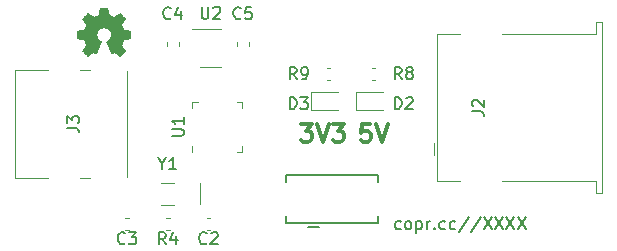
<source format=gbr>
G04 #@! TF.GenerationSoftware,KiCad,Pcbnew,(5.1.2)-1*
G04 #@! TF.CreationDate,2019-08-24T20:09:31-04:00*
G04 #@! TF.ProjectId,REV Type-C V3,52455620-5479-4706-952d-432056332e6b,rev?*
G04 #@! TF.SameCoordinates,Original*
G04 #@! TF.FileFunction,Legend,Top*
G04 #@! TF.FilePolarity,Positive*
%FSLAX46Y46*%
G04 Gerber Fmt 4.6, Leading zero omitted, Abs format (unit mm)*
G04 Created by KiCad (PCBNEW (5.1.2)-1) date 2019-08-24 20:09:31*
%MOMM*%
%LPD*%
G04 APERTURE LIST*
%ADD10C,0.150000*%
%ADD11C,0.300000*%
%ADD12C,0.010000*%
%ADD13C,0.120000*%
G04 APERTURE END LIST*
D10*
X141996190Y-85494761D02*
X141900952Y-85542380D01*
X141710476Y-85542380D01*
X141615238Y-85494761D01*
X141567619Y-85447142D01*
X141520000Y-85351904D01*
X141520000Y-85066190D01*
X141567619Y-84970952D01*
X141615238Y-84923333D01*
X141710476Y-84875714D01*
X141900952Y-84875714D01*
X141996190Y-84923333D01*
X142567619Y-85542380D02*
X142472380Y-85494761D01*
X142424761Y-85447142D01*
X142377142Y-85351904D01*
X142377142Y-85066190D01*
X142424761Y-84970952D01*
X142472380Y-84923333D01*
X142567619Y-84875714D01*
X142710476Y-84875714D01*
X142805714Y-84923333D01*
X142853333Y-84970952D01*
X142900952Y-85066190D01*
X142900952Y-85351904D01*
X142853333Y-85447142D01*
X142805714Y-85494761D01*
X142710476Y-85542380D01*
X142567619Y-85542380D01*
X143329523Y-84875714D02*
X143329523Y-85875714D01*
X143329523Y-84923333D02*
X143424761Y-84875714D01*
X143615238Y-84875714D01*
X143710476Y-84923333D01*
X143758095Y-84970952D01*
X143805714Y-85066190D01*
X143805714Y-85351904D01*
X143758095Y-85447142D01*
X143710476Y-85494761D01*
X143615238Y-85542380D01*
X143424761Y-85542380D01*
X143329523Y-85494761D01*
X144234285Y-85542380D02*
X144234285Y-84875714D01*
X144234285Y-85066190D02*
X144281904Y-84970952D01*
X144329523Y-84923333D01*
X144424761Y-84875714D01*
X144520000Y-84875714D01*
X144853333Y-85447142D02*
X144900952Y-85494761D01*
X144853333Y-85542380D01*
X144805714Y-85494761D01*
X144853333Y-85447142D01*
X144853333Y-85542380D01*
X145758095Y-85494761D02*
X145662857Y-85542380D01*
X145472380Y-85542380D01*
X145377142Y-85494761D01*
X145329523Y-85447142D01*
X145281904Y-85351904D01*
X145281904Y-85066190D01*
X145329523Y-84970952D01*
X145377142Y-84923333D01*
X145472380Y-84875714D01*
X145662857Y-84875714D01*
X145758095Y-84923333D01*
X146615238Y-85494761D02*
X146520000Y-85542380D01*
X146329523Y-85542380D01*
X146234285Y-85494761D01*
X146186666Y-85447142D01*
X146139047Y-85351904D01*
X146139047Y-85066190D01*
X146186666Y-84970952D01*
X146234285Y-84923333D01*
X146329523Y-84875714D01*
X146520000Y-84875714D01*
X146615238Y-84923333D01*
X147758095Y-84494761D02*
X146900952Y-85780476D01*
X148805714Y-84494761D02*
X147948571Y-85780476D01*
X149043809Y-84542380D02*
X149710476Y-85542380D01*
X149710476Y-84542380D02*
X149043809Y-85542380D01*
X149996190Y-84542380D02*
X150662857Y-85542380D01*
X150662857Y-84542380D02*
X149996190Y-85542380D01*
X150948571Y-84542380D02*
X151615238Y-85542380D01*
X151615238Y-84542380D02*
X150948571Y-85542380D01*
X151900952Y-84542380D02*
X152567619Y-85542380D01*
X152567619Y-84542380D02*
X151900952Y-85542380D01*
D11*
X133532857Y-76643571D02*
X134461428Y-76643571D01*
X133961428Y-77215000D01*
X134175714Y-77215000D01*
X134318571Y-77286428D01*
X134390000Y-77357857D01*
X134461428Y-77500714D01*
X134461428Y-77857857D01*
X134390000Y-78000714D01*
X134318571Y-78072142D01*
X134175714Y-78143571D01*
X133747142Y-78143571D01*
X133604285Y-78072142D01*
X133532857Y-78000714D01*
X134890000Y-76643571D02*
X135390000Y-78143571D01*
X135890000Y-76643571D01*
X136247142Y-76643571D02*
X137175714Y-76643571D01*
X136675714Y-77215000D01*
X136890000Y-77215000D01*
X137032857Y-77286428D01*
X137104285Y-77357857D01*
X137175714Y-77500714D01*
X137175714Y-77857857D01*
X137104285Y-78000714D01*
X137032857Y-78072142D01*
X136890000Y-78143571D01*
X136461428Y-78143571D01*
X136318571Y-78072142D01*
X136247142Y-78000714D01*
X139414285Y-76648571D02*
X138700000Y-76648571D01*
X138628571Y-77362857D01*
X138700000Y-77291428D01*
X138842857Y-77220000D01*
X139200000Y-77220000D01*
X139342857Y-77291428D01*
X139414285Y-77362857D01*
X139485714Y-77505714D01*
X139485714Y-77862857D01*
X139414285Y-78005714D01*
X139342857Y-78077142D01*
X139200000Y-78148571D01*
X138842857Y-78148571D01*
X138700000Y-78077142D01*
X138628571Y-78005714D01*
X139914285Y-76648571D02*
X140414285Y-78148571D01*
X140914285Y-76648571D01*
D12*
G36*
X117216964Y-67140018D02*
G01*
X117273812Y-67441570D01*
X117693338Y-67614512D01*
X117944984Y-67443395D01*
X118015458Y-67395750D01*
X118079163Y-67353210D01*
X118133126Y-67317715D01*
X118174373Y-67291210D01*
X118199934Y-67275636D01*
X118206895Y-67272278D01*
X118219435Y-67280914D01*
X118246231Y-67304792D01*
X118284280Y-67340859D01*
X118330579Y-67386067D01*
X118382123Y-67437364D01*
X118435909Y-67491701D01*
X118488935Y-67546028D01*
X118538195Y-67597295D01*
X118580687Y-67642451D01*
X118613407Y-67678446D01*
X118633351Y-67702230D01*
X118638119Y-67710190D01*
X118631257Y-67724865D01*
X118612020Y-67757014D01*
X118582430Y-67803492D01*
X118544510Y-67861156D01*
X118500282Y-67926860D01*
X118474654Y-67964336D01*
X118427941Y-68032768D01*
X118386432Y-68094520D01*
X118352140Y-68146519D01*
X118327080Y-68185692D01*
X118313264Y-68208965D01*
X118311188Y-68213855D01*
X118315895Y-68227755D01*
X118328723Y-68260150D01*
X118347738Y-68306485D01*
X118371003Y-68362206D01*
X118396584Y-68422758D01*
X118422545Y-68483586D01*
X118446950Y-68540136D01*
X118467863Y-68587852D01*
X118483349Y-68622181D01*
X118491472Y-68638568D01*
X118491952Y-68639212D01*
X118504707Y-68642341D01*
X118538677Y-68649321D01*
X118590340Y-68659467D01*
X118656176Y-68672092D01*
X118732664Y-68686509D01*
X118777290Y-68694823D01*
X118859021Y-68710384D01*
X118932843Y-68725192D01*
X118995021Y-68738436D01*
X119041822Y-68749305D01*
X119069509Y-68756989D01*
X119075074Y-68759427D01*
X119080526Y-68775930D01*
X119084924Y-68813200D01*
X119088272Y-68866880D01*
X119090574Y-68932612D01*
X119091832Y-69006037D01*
X119092048Y-69082796D01*
X119091227Y-69158532D01*
X119089371Y-69228886D01*
X119086482Y-69289500D01*
X119082565Y-69336016D01*
X119077622Y-69364075D01*
X119074657Y-69369916D01*
X119056934Y-69376917D01*
X119019381Y-69386927D01*
X118966964Y-69398769D01*
X118904652Y-69411267D01*
X118882900Y-69415310D01*
X118778024Y-69434520D01*
X118695180Y-69449991D01*
X118631630Y-69462337D01*
X118584637Y-69472173D01*
X118551463Y-69480114D01*
X118529371Y-69486776D01*
X118515624Y-69492773D01*
X118507484Y-69498719D01*
X118506345Y-69499894D01*
X118494977Y-69518826D01*
X118477635Y-69555669D01*
X118456050Y-69605913D01*
X118431954Y-69665046D01*
X118407079Y-69728556D01*
X118383157Y-69791932D01*
X118361919Y-69850662D01*
X118345097Y-69900235D01*
X118334422Y-69936139D01*
X118331627Y-69953862D01*
X118331860Y-69954483D01*
X118341331Y-69968970D01*
X118362818Y-70000844D01*
X118394063Y-70046789D01*
X118432807Y-70103485D01*
X118476793Y-70167617D01*
X118489319Y-70185842D01*
X118533984Y-70251914D01*
X118573288Y-70312200D01*
X118605088Y-70363235D01*
X118627245Y-70401560D01*
X118637617Y-70423711D01*
X118638119Y-70426432D01*
X118629405Y-70440736D01*
X118605325Y-70469072D01*
X118568976Y-70508396D01*
X118523453Y-70555661D01*
X118471852Y-70607823D01*
X118417267Y-70661835D01*
X118362794Y-70714653D01*
X118311529Y-70763231D01*
X118266567Y-70804523D01*
X118231004Y-70835485D01*
X118207935Y-70853070D01*
X118201554Y-70855941D01*
X118186699Y-70849178D01*
X118156286Y-70830939D01*
X118115268Y-70804297D01*
X118083709Y-70782852D01*
X118026525Y-70743503D01*
X117958806Y-70697171D01*
X117890880Y-70650913D01*
X117854361Y-70626155D01*
X117730752Y-70542547D01*
X117626991Y-70598650D01*
X117579720Y-70623228D01*
X117539523Y-70642331D01*
X117512326Y-70653227D01*
X117505402Y-70654743D01*
X117497077Y-70643549D01*
X117480654Y-70611917D01*
X117457357Y-70562765D01*
X117428414Y-70499010D01*
X117395050Y-70423571D01*
X117358491Y-70339364D01*
X117319964Y-70249308D01*
X117280694Y-70156321D01*
X117241908Y-70063320D01*
X117204830Y-69973223D01*
X117170689Y-69888948D01*
X117140708Y-69813413D01*
X117116116Y-69749534D01*
X117098136Y-69700231D01*
X117087997Y-69668421D01*
X117086366Y-69657496D01*
X117099291Y-69643561D01*
X117127589Y-69620940D01*
X117165346Y-69594333D01*
X117168515Y-69592228D01*
X117266100Y-69514114D01*
X117344786Y-69422982D01*
X117403891Y-69321745D01*
X117442732Y-69213318D01*
X117460628Y-69100614D01*
X117456897Y-68986548D01*
X117430857Y-68874034D01*
X117381825Y-68765985D01*
X117367400Y-68742345D01*
X117292369Y-68646887D01*
X117203730Y-68570232D01*
X117104549Y-68512780D01*
X116997895Y-68474929D01*
X116886836Y-68457078D01*
X116774439Y-68459625D01*
X116663773Y-68482970D01*
X116557906Y-68527510D01*
X116459905Y-68593645D01*
X116429590Y-68620487D01*
X116352438Y-68704512D01*
X116296218Y-68792966D01*
X116257653Y-68892115D01*
X116236174Y-68990303D01*
X116230872Y-69100697D01*
X116248552Y-69211640D01*
X116287419Y-69319381D01*
X116345677Y-69420169D01*
X116421531Y-69510256D01*
X116513183Y-69585892D01*
X116525228Y-69593864D01*
X116563389Y-69619974D01*
X116592399Y-69642595D01*
X116606268Y-69657039D01*
X116606469Y-69657496D01*
X116603492Y-69673121D01*
X116591689Y-69708582D01*
X116572286Y-69760962D01*
X116546512Y-69827345D01*
X116515591Y-69904814D01*
X116480751Y-69990450D01*
X116443217Y-70081337D01*
X116404217Y-70174559D01*
X116364977Y-70267197D01*
X116326724Y-70356335D01*
X116290683Y-70439055D01*
X116258083Y-70512441D01*
X116230148Y-70573575D01*
X116208105Y-70619541D01*
X116193182Y-70647421D01*
X116187172Y-70654743D01*
X116168809Y-70649041D01*
X116134448Y-70633749D01*
X116090016Y-70611599D01*
X116065583Y-70598650D01*
X115961822Y-70542547D01*
X115838213Y-70626155D01*
X115775114Y-70668987D01*
X115706030Y-70716122D01*
X115641293Y-70760503D01*
X115608866Y-70782852D01*
X115563259Y-70813477D01*
X115524640Y-70837747D01*
X115498048Y-70852587D01*
X115489410Y-70855724D01*
X115476839Y-70847261D01*
X115449016Y-70823636D01*
X115408639Y-70787302D01*
X115358405Y-70740711D01*
X115301012Y-70686317D01*
X115264714Y-70651392D01*
X115201210Y-70588996D01*
X115146327Y-70533188D01*
X115102286Y-70486354D01*
X115071305Y-70450882D01*
X115055602Y-70429161D01*
X115054095Y-70424752D01*
X115061086Y-70407985D01*
X115080406Y-70374082D01*
X115109909Y-70326476D01*
X115147455Y-70268599D01*
X115190900Y-70203884D01*
X115203255Y-70185842D01*
X115248273Y-70120267D01*
X115288660Y-70061228D01*
X115322160Y-70012042D01*
X115346514Y-69976028D01*
X115359464Y-69956502D01*
X115360715Y-69954483D01*
X115358844Y-69938922D01*
X115348913Y-69904709D01*
X115332653Y-69856355D01*
X115311795Y-69798371D01*
X115288073Y-69735270D01*
X115263216Y-69671563D01*
X115238958Y-69611761D01*
X115217029Y-69560376D01*
X115199162Y-69521919D01*
X115187087Y-69500902D01*
X115186229Y-69499894D01*
X115178846Y-69493888D01*
X115166375Y-69487948D01*
X115146080Y-69481460D01*
X115115222Y-69473809D01*
X115071066Y-69464380D01*
X115010874Y-69452559D01*
X114931907Y-69437729D01*
X114831430Y-69419277D01*
X114809675Y-69415310D01*
X114745198Y-69402853D01*
X114688989Y-69390666D01*
X114646013Y-69379926D01*
X114621240Y-69371809D01*
X114617918Y-69369916D01*
X114612444Y-69353138D01*
X114607994Y-69315645D01*
X114604572Y-69261794D01*
X114602181Y-69195944D01*
X114600823Y-69122453D01*
X114600501Y-69045680D01*
X114601219Y-68969983D01*
X114602979Y-68899720D01*
X114605784Y-68839250D01*
X114609638Y-68792930D01*
X114614543Y-68765119D01*
X114617500Y-68759427D01*
X114633963Y-68753686D01*
X114671449Y-68744345D01*
X114726225Y-68732215D01*
X114794555Y-68718107D01*
X114872706Y-68702830D01*
X114915284Y-68694823D01*
X114996071Y-68679721D01*
X115068113Y-68666040D01*
X115127889Y-68654467D01*
X115171879Y-68645687D01*
X115196561Y-68640387D01*
X115200623Y-68639212D01*
X115207489Y-68625965D01*
X115222002Y-68594057D01*
X115242229Y-68548047D01*
X115266234Y-68492492D01*
X115292082Y-68431953D01*
X115317840Y-68370986D01*
X115341573Y-68314151D01*
X115361346Y-68266006D01*
X115375224Y-68231110D01*
X115381274Y-68214021D01*
X115381386Y-68213274D01*
X115374528Y-68199793D01*
X115355302Y-68168770D01*
X115325728Y-68123289D01*
X115287827Y-68066432D01*
X115243620Y-68001283D01*
X115217921Y-67963862D01*
X115171093Y-67895247D01*
X115129501Y-67832952D01*
X115095175Y-67780129D01*
X115070143Y-67739927D01*
X115056435Y-67715500D01*
X115054456Y-67710024D01*
X115062966Y-67697278D01*
X115086493Y-67670063D01*
X115122032Y-67631428D01*
X115166577Y-67584423D01*
X115217123Y-67532095D01*
X115270664Y-67477495D01*
X115324195Y-67423670D01*
X115374711Y-67373670D01*
X115419206Y-67330543D01*
X115454675Y-67297339D01*
X115478113Y-67277106D01*
X115485954Y-67272278D01*
X115498720Y-67279067D01*
X115529256Y-67298142D01*
X115574590Y-67327561D01*
X115631756Y-67365381D01*
X115697784Y-67409661D01*
X115747590Y-67443395D01*
X115999236Y-67614512D01*
X116208999Y-67528041D01*
X116418763Y-67441570D01*
X116475611Y-67140018D01*
X116532460Y-66838466D01*
X117160115Y-66838466D01*
X117216964Y-67140018D01*
X117216964Y-67140018D01*
G37*
X117216964Y-67140018D02*
X117273812Y-67441570D01*
X117693338Y-67614512D01*
X117944984Y-67443395D01*
X118015458Y-67395750D01*
X118079163Y-67353210D01*
X118133126Y-67317715D01*
X118174373Y-67291210D01*
X118199934Y-67275636D01*
X118206895Y-67272278D01*
X118219435Y-67280914D01*
X118246231Y-67304792D01*
X118284280Y-67340859D01*
X118330579Y-67386067D01*
X118382123Y-67437364D01*
X118435909Y-67491701D01*
X118488935Y-67546028D01*
X118538195Y-67597295D01*
X118580687Y-67642451D01*
X118613407Y-67678446D01*
X118633351Y-67702230D01*
X118638119Y-67710190D01*
X118631257Y-67724865D01*
X118612020Y-67757014D01*
X118582430Y-67803492D01*
X118544510Y-67861156D01*
X118500282Y-67926860D01*
X118474654Y-67964336D01*
X118427941Y-68032768D01*
X118386432Y-68094520D01*
X118352140Y-68146519D01*
X118327080Y-68185692D01*
X118313264Y-68208965D01*
X118311188Y-68213855D01*
X118315895Y-68227755D01*
X118328723Y-68260150D01*
X118347738Y-68306485D01*
X118371003Y-68362206D01*
X118396584Y-68422758D01*
X118422545Y-68483586D01*
X118446950Y-68540136D01*
X118467863Y-68587852D01*
X118483349Y-68622181D01*
X118491472Y-68638568D01*
X118491952Y-68639212D01*
X118504707Y-68642341D01*
X118538677Y-68649321D01*
X118590340Y-68659467D01*
X118656176Y-68672092D01*
X118732664Y-68686509D01*
X118777290Y-68694823D01*
X118859021Y-68710384D01*
X118932843Y-68725192D01*
X118995021Y-68738436D01*
X119041822Y-68749305D01*
X119069509Y-68756989D01*
X119075074Y-68759427D01*
X119080526Y-68775930D01*
X119084924Y-68813200D01*
X119088272Y-68866880D01*
X119090574Y-68932612D01*
X119091832Y-69006037D01*
X119092048Y-69082796D01*
X119091227Y-69158532D01*
X119089371Y-69228886D01*
X119086482Y-69289500D01*
X119082565Y-69336016D01*
X119077622Y-69364075D01*
X119074657Y-69369916D01*
X119056934Y-69376917D01*
X119019381Y-69386927D01*
X118966964Y-69398769D01*
X118904652Y-69411267D01*
X118882900Y-69415310D01*
X118778024Y-69434520D01*
X118695180Y-69449991D01*
X118631630Y-69462337D01*
X118584637Y-69472173D01*
X118551463Y-69480114D01*
X118529371Y-69486776D01*
X118515624Y-69492773D01*
X118507484Y-69498719D01*
X118506345Y-69499894D01*
X118494977Y-69518826D01*
X118477635Y-69555669D01*
X118456050Y-69605913D01*
X118431954Y-69665046D01*
X118407079Y-69728556D01*
X118383157Y-69791932D01*
X118361919Y-69850662D01*
X118345097Y-69900235D01*
X118334422Y-69936139D01*
X118331627Y-69953862D01*
X118331860Y-69954483D01*
X118341331Y-69968970D01*
X118362818Y-70000844D01*
X118394063Y-70046789D01*
X118432807Y-70103485D01*
X118476793Y-70167617D01*
X118489319Y-70185842D01*
X118533984Y-70251914D01*
X118573288Y-70312200D01*
X118605088Y-70363235D01*
X118627245Y-70401560D01*
X118637617Y-70423711D01*
X118638119Y-70426432D01*
X118629405Y-70440736D01*
X118605325Y-70469072D01*
X118568976Y-70508396D01*
X118523453Y-70555661D01*
X118471852Y-70607823D01*
X118417267Y-70661835D01*
X118362794Y-70714653D01*
X118311529Y-70763231D01*
X118266567Y-70804523D01*
X118231004Y-70835485D01*
X118207935Y-70853070D01*
X118201554Y-70855941D01*
X118186699Y-70849178D01*
X118156286Y-70830939D01*
X118115268Y-70804297D01*
X118083709Y-70782852D01*
X118026525Y-70743503D01*
X117958806Y-70697171D01*
X117890880Y-70650913D01*
X117854361Y-70626155D01*
X117730752Y-70542547D01*
X117626991Y-70598650D01*
X117579720Y-70623228D01*
X117539523Y-70642331D01*
X117512326Y-70653227D01*
X117505402Y-70654743D01*
X117497077Y-70643549D01*
X117480654Y-70611917D01*
X117457357Y-70562765D01*
X117428414Y-70499010D01*
X117395050Y-70423571D01*
X117358491Y-70339364D01*
X117319964Y-70249308D01*
X117280694Y-70156321D01*
X117241908Y-70063320D01*
X117204830Y-69973223D01*
X117170689Y-69888948D01*
X117140708Y-69813413D01*
X117116116Y-69749534D01*
X117098136Y-69700231D01*
X117087997Y-69668421D01*
X117086366Y-69657496D01*
X117099291Y-69643561D01*
X117127589Y-69620940D01*
X117165346Y-69594333D01*
X117168515Y-69592228D01*
X117266100Y-69514114D01*
X117344786Y-69422982D01*
X117403891Y-69321745D01*
X117442732Y-69213318D01*
X117460628Y-69100614D01*
X117456897Y-68986548D01*
X117430857Y-68874034D01*
X117381825Y-68765985D01*
X117367400Y-68742345D01*
X117292369Y-68646887D01*
X117203730Y-68570232D01*
X117104549Y-68512780D01*
X116997895Y-68474929D01*
X116886836Y-68457078D01*
X116774439Y-68459625D01*
X116663773Y-68482970D01*
X116557906Y-68527510D01*
X116459905Y-68593645D01*
X116429590Y-68620487D01*
X116352438Y-68704512D01*
X116296218Y-68792966D01*
X116257653Y-68892115D01*
X116236174Y-68990303D01*
X116230872Y-69100697D01*
X116248552Y-69211640D01*
X116287419Y-69319381D01*
X116345677Y-69420169D01*
X116421531Y-69510256D01*
X116513183Y-69585892D01*
X116525228Y-69593864D01*
X116563389Y-69619974D01*
X116592399Y-69642595D01*
X116606268Y-69657039D01*
X116606469Y-69657496D01*
X116603492Y-69673121D01*
X116591689Y-69708582D01*
X116572286Y-69760962D01*
X116546512Y-69827345D01*
X116515591Y-69904814D01*
X116480751Y-69990450D01*
X116443217Y-70081337D01*
X116404217Y-70174559D01*
X116364977Y-70267197D01*
X116326724Y-70356335D01*
X116290683Y-70439055D01*
X116258083Y-70512441D01*
X116230148Y-70573575D01*
X116208105Y-70619541D01*
X116193182Y-70647421D01*
X116187172Y-70654743D01*
X116168809Y-70649041D01*
X116134448Y-70633749D01*
X116090016Y-70611599D01*
X116065583Y-70598650D01*
X115961822Y-70542547D01*
X115838213Y-70626155D01*
X115775114Y-70668987D01*
X115706030Y-70716122D01*
X115641293Y-70760503D01*
X115608866Y-70782852D01*
X115563259Y-70813477D01*
X115524640Y-70837747D01*
X115498048Y-70852587D01*
X115489410Y-70855724D01*
X115476839Y-70847261D01*
X115449016Y-70823636D01*
X115408639Y-70787302D01*
X115358405Y-70740711D01*
X115301012Y-70686317D01*
X115264714Y-70651392D01*
X115201210Y-70588996D01*
X115146327Y-70533188D01*
X115102286Y-70486354D01*
X115071305Y-70450882D01*
X115055602Y-70429161D01*
X115054095Y-70424752D01*
X115061086Y-70407985D01*
X115080406Y-70374082D01*
X115109909Y-70326476D01*
X115147455Y-70268599D01*
X115190900Y-70203884D01*
X115203255Y-70185842D01*
X115248273Y-70120267D01*
X115288660Y-70061228D01*
X115322160Y-70012042D01*
X115346514Y-69976028D01*
X115359464Y-69956502D01*
X115360715Y-69954483D01*
X115358844Y-69938922D01*
X115348913Y-69904709D01*
X115332653Y-69856355D01*
X115311795Y-69798371D01*
X115288073Y-69735270D01*
X115263216Y-69671563D01*
X115238958Y-69611761D01*
X115217029Y-69560376D01*
X115199162Y-69521919D01*
X115187087Y-69500902D01*
X115186229Y-69499894D01*
X115178846Y-69493888D01*
X115166375Y-69487948D01*
X115146080Y-69481460D01*
X115115222Y-69473809D01*
X115071066Y-69464380D01*
X115010874Y-69452559D01*
X114931907Y-69437729D01*
X114831430Y-69419277D01*
X114809675Y-69415310D01*
X114745198Y-69402853D01*
X114688989Y-69390666D01*
X114646013Y-69379926D01*
X114621240Y-69371809D01*
X114617918Y-69369916D01*
X114612444Y-69353138D01*
X114607994Y-69315645D01*
X114604572Y-69261794D01*
X114602181Y-69195944D01*
X114600823Y-69122453D01*
X114600501Y-69045680D01*
X114601219Y-68969983D01*
X114602979Y-68899720D01*
X114605784Y-68839250D01*
X114609638Y-68792930D01*
X114614543Y-68765119D01*
X114617500Y-68759427D01*
X114633963Y-68753686D01*
X114671449Y-68744345D01*
X114726225Y-68732215D01*
X114794555Y-68718107D01*
X114872706Y-68702830D01*
X114915284Y-68694823D01*
X114996071Y-68679721D01*
X115068113Y-68666040D01*
X115127889Y-68654467D01*
X115171879Y-68645687D01*
X115196561Y-68640387D01*
X115200623Y-68639212D01*
X115207489Y-68625965D01*
X115222002Y-68594057D01*
X115242229Y-68548047D01*
X115266234Y-68492492D01*
X115292082Y-68431953D01*
X115317840Y-68370986D01*
X115341573Y-68314151D01*
X115361346Y-68266006D01*
X115375224Y-68231110D01*
X115381274Y-68214021D01*
X115381386Y-68213274D01*
X115374528Y-68199793D01*
X115355302Y-68168770D01*
X115325728Y-68123289D01*
X115287827Y-68066432D01*
X115243620Y-68001283D01*
X115217921Y-67963862D01*
X115171093Y-67895247D01*
X115129501Y-67832952D01*
X115095175Y-67780129D01*
X115070143Y-67739927D01*
X115056435Y-67715500D01*
X115054456Y-67710024D01*
X115062966Y-67697278D01*
X115086493Y-67670063D01*
X115122032Y-67631428D01*
X115166577Y-67584423D01*
X115217123Y-67532095D01*
X115270664Y-67477495D01*
X115324195Y-67423670D01*
X115374711Y-67373670D01*
X115419206Y-67330543D01*
X115454675Y-67297339D01*
X115478113Y-67277106D01*
X115485954Y-67272278D01*
X115498720Y-67279067D01*
X115529256Y-67298142D01*
X115574590Y-67327561D01*
X115631756Y-67365381D01*
X115697784Y-67409661D01*
X115747590Y-67443395D01*
X115999236Y-67614512D01*
X116208999Y-67528041D01*
X116418763Y-67441570D01*
X116475611Y-67140018D01*
X116532460Y-66838466D01*
X117160115Y-66838466D01*
X117216964Y-67140018D01*
D10*
X140120000Y-80920000D02*
X140120000Y-81520000D01*
X132320000Y-81520000D02*
X132320000Y-80920000D01*
X140120000Y-85020000D02*
X140120000Y-84420000D01*
X132320000Y-85020000D02*
X140120000Y-85020000D01*
X132320000Y-84420000D02*
X132320000Y-85020000D01*
X132320000Y-80920000D02*
X140120000Y-80920000D01*
X134120000Y-85320000D02*
X135120000Y-85320000D01*
D13*
X124370000Y-78527500D02*
X124370000Y-79002500D01*
X128590000Y-74782500D02*
X128115000Y-74782500D01*
X128590000Y-75257500D02*
X128590000Y-74782500D01*
X128590000Y-79002500D02*
X128115000Y-79002500D01*
X128590000Y-78527500D02*
X128590000Y-79002500D01*
X124370000Y-74782500D02*
X124845000Y-74782500D01*
X124370000Y-75257500D02*
X124370000Y-74782500D01*
X122180000Y-69687221D02*
X122180000Y-70012779D01*
X123200000Y-69687221D02*
X123200000Y-70012779D01*
X124975000Y-83450000D02*
X124975000Y-81650000D01*
X122825000Y-81600000D02*
X121725000Y-81600000D01*
X122825000Y-83500000D02*
X121725000Y-83500000D01*
X126800000Y-68560000D02*
X124350000Y-68560000D01*
X125000000Y-71780000D02*
X126800000Y-71780000D01*
X136052779Y-71880000D02*
X135727221Y-71880000D01*
X136052779Y-72900000D02*
X135727221Y-72900000D01*
X139862779Y-71880000D02*
X139537221Y-71880000D01*
X139862779Y-72900000D02*
X139537221Y-72900000D01*
X122112221Y-85600000D02*
X122437779Y-85600000D01*
X122112221Y-84580000D02*
X122437779Y-84580000D01*
X115710000Y-72040000D02*
X114810000Y-72040000D01*
X115710000Y-81230000D02*
X114810000Y-81230000D01*
X112110000Y-72040000D02*
X109380000Y-72040000D01*
X112110000Y-81230000D02*
X109380000Y-81230000D01*
X118790000Y-72160000D02*
X118790000Y-81110000D01*
X109380000Y-72040000D02*
X109380000Y-81230000D01*
X159040000Y-82490000D02*
X159040000Y-67990000D01*
X159040000Y-67990000D02*
X158540000Y-67990000D01*
X158540000Y-67990000D02*
X158540000Y-68990000D01*
X158540000Y-68990000D02*
X150540000Y-68990000D01*
X147040000Y-68990000D02*
X145040000Y-68990000D01*
X145040000Y-68990000D02*
X145040000Y-81490000D01*
X145040000Y-81490000D02*
X147040000Y-81490000D01*
X150540000Y-81490000D02*
X158540000Y-81490000D01*
X158540000Y-81490000D02*
X158540000Y-82490000D01*
X158540000Y-82490000D02*
X159040000Y-82490000D01*
X144790000Y-79240000D02*
X144790000Y-78240000D01*
X134405000Y-75415000D02*
X136690000Y-75415000D01*
X134405000Y-73945000D02*
X134405000Y-75415000D01*
X136690000Y-73945000D02*
X134405000Y-73945000D01*
X138215000Y-75415000D02*
X140500000Y-75415000D01*
X138215000Y-73945000D02*
X138215000Y-75415000D01*
X140500000Y-73945000D02*
X138215000Y-73945000D01*
X128110000Y-69687221D02*
X128110000Y-70012779D01*
X129130000Y-69687221D02*
X129130000Y-70012779D01*
X118977779Y-84580000D02*
X118652221Y-84580000D01*
X118977779Y-85600000D02*
X118652221Y-85600000D01*
X125567221Y-85600000D02*
X125892779Y-85600000D01*
X125567221Y-84580000D02*
X125892779Y-84580000D01*
D10*
X122612380Y-77654404D02*
X123421904Y-77654404D01*
X123517142Y-77606785D01*
X123564761Y-77559166D01*
X123612380Y-77463928D01*
X123612380Y-77273452D01*
X123564761Y-77178214D01*
X123517142Y-77130595D01*
X123421904Y-77082976D01*
X122612380Y-77082976D01*
X123612380Y-76082976D02*
X123612380Y-76654404D01*
X123612380Y-76368690D02*
X122612380Y-76368690D01*
X122755238Y-76463928D01*
X122850476Y-76559166D01*
X122898095Y-76654404D01*
X122523333Y-67667142D02*
X122475714Y-67714761D01*
X122332857Y-67762380D01*
X122237619Y-67762380D01*
X122094761Y-67714761D01*
X121999523Y-67619523D01*
X121951904Y-67524285D01*
X121904285Y-67333809D01*
X121904285Y-67190952D01*
X121951904Y-67000476D01*
X121999523Y-66905238D01*
X122094761Y-66810000D01*
X122237619Y-66762380D01*
X122332857Y-66762380D01*
X122475714Y-66810000D01*
X122523333Y-66857619D01*
X123380476Y-67095714D02*
X123380476Y-67762380D01*
X123142380Y-66714761D02*
X122904285Y-67429047D01*
X123523333Y-67429047D01*
X121798809Y-79986190D02*
X121798809Y-80462380D01*
X121465476Y-79462380D02*
X121798809Y-79986190D01*
X122132142Y-79462380D01*
X122989285Y-80462380D02*
X122417857Y-80462380D01*
X122703571Y-80462380D02*
X122703571Y-79462380D01*
X122608333Y-79605238D01*
X122513095Y-79700476D01*
X122417857Y-79748095D01*
X125138095Y-66722380D02*
X125138095Y-67531904D01*
X125185714Y-67627142D01*
X125233333Y-67674761D01*
X125328571Y-67722380D01*
X125519047Y-67722380D01*
X125614285Y-67674761D01*
X125661904Y-67627142D01*
X125709523Y-67531904D01*
X125709523Y-66722380D01*
X126138095Y-66817619D02*
X126185714Y-66770000D01*
X126280952Y-66722380D01*
X126519047Y-66722380D01*
X126614285Y-66770000D01*
X126661904Y-66817619D01*
X126709523Y-66912857D01*
X126709523Y-67008095D01*
X126661904Y-67150952D01*
X126090476Y-67722380D01*
X126709523Y-67722380D01*
X133183333Y-72842380D02*
X132850000Y-72366190D01*
X132611904Y-72842380D02*
X132611904Y-71842380D01*
X132992857Y-71842380D01*
X133088095Y-71890000D01*
X133135714Y-71937619D01*
X133183333Y-72032857D01*
X133183333Y-72175714D01*
X133135714Y-72270952D01*
X133088095Y-72318571D01*
X132992857Y-72366190D01*
X132611904Y-72366190D01*
X133659523Y-72842380D02*
X133850000Y-72842380D01*
X133945238Y-72794761D01*
X133992857Y-72747142D01*
X134088095Y-72604285D01*
X134135714Y-72413809D01*
X134135714Y-72032857D01*
X134088095Y-71937619D01*
X134040476Y-71890000D01*
X133945238Y-71842380D01*
X133754761Y-71842380D01*
X133659523Y-71890000D01*
X133611904Y-71937619D01*
X133564285Y-72032857D01*
X133564285Y-72270952D01*
X133611904Y-72366190D01*
X133659523Y-72413809D01*
X133754761Y-72461428D01*
X133945238Y-72461428D01*
X134040476Y-72413809D01*
X134088095Y-72366190D01*
X134135714Y-72270952D01*
X142073333Y-72842380D02*
X141740000Y-72366190D01*
X141501904Y-72842380D02*
X141501904Y-71842380D01*
X141882857Y-71842380D01*
X141978095Y-71890000D01*
X142025714Y-71937619D01*
X142073333Y-72032857D01*
X142073333Y-72175714D01*
X142025714Y-72270952D01*
X141978095Y-72318571D01*
X141882857Y-72366190D01*
X141501904Y-72366190D01*
X142644761Y-72270952D02*
X142549523Y-72223333D01*
X142501904Y-72175714D01*
X142454285Y-72080476D01*
X142454285Y-72032857D01*
X142501904Y-71937619D01*
X142549523Y-71890000D01*
X142644761Y-71842380D01*
X142835238Y-71842380D01*
X142930476Y-71890000D01*
X142978095Y-71937619D01*
X143025714Y-72032857D01*
X143025714Y-72080476D01*
X142978095Y-72175714D01*
X142930476Y-72223333D01*
X142835238Y-72270952D01*
X142644761Y-72270952D01*
X142549523Y-72318571D01*
X142501904Y-72366190D01*
X142454285Y-72461428D01*
X142454285Y-72651904D01*
X142501904Y-72747142D01*
X142549523Y-72794761D01*
X142644761Y-72842380D01*
X142835238Y-72842380D01*
X142930476Y-72794761D01*
X142978095Y-72747142D01*
X143025714Y-72651904D01*
X143025714Y-72461428D01*
X142978095Y-72366190D01*
X142930476Y-72318571D01*
X142835238Y-72270952D01*
X122108333Y-86812380D02*
X121775000Y-86336190D01*
X121536904Y-86812380D02*
X121536904Y-85812380D01*
X121917857Y-85812380D01*
X122013095Y-85860000D01*
X122060714Y-85907619D01*
X122108333Y-86002857D01*
X122108333Y-86145714D01*
X122060714Y-86240952D01*
X122013095Y-86288571D01*
X121917857Y-86336190D01*
X121536904Y-86336190D01*
X122965476Y-86145714D02*
X122965476Y-86812380D01*
X122727380Y-85764761D02*
X122489285Y-86479047D01*
X123108333Y-86479047D01*
X113752380Y-76968333D02*
X114466666Y-76968333D01*
X114609523Y-77015952D01*
X114704761Y-77111190D01*
X114752380Y-77254047D01*
X114752380Y-77349285D01*
X113752380Y-76587380D02*
X113752380Y-75968333D01*
X114133333Y-76301666D01*
X114133333Y-76158809D01*
X114180952Y-76063571D01*
X114228571Y-76015952D01*
X114323809Y-75968333D01*
X114561904Y-75968333D01*
X114657142Y-76015952D01*
X114704761Y-76063571D01*
X114752380Y-76158809D01*
X114752380Y-76444523D01*
X114704761Y-76539761D01*
X114657142Y-76587380D01*
X148042380Y-75573333D02*
X148756666Y-75573333D01*
X148899523Y-75620952D01*
X148994761Y-75716190D01*
X149042380Y-75859047D01*
X149042380Y-75954285D01*
X148137619Y-75144761D02*
X148090000Y-75097142D01*
X148042380Y-75001904D01*
X148042380Y-74763809D01*
X148090000Y-74668571D01*
X148137619Y-74620952D01*
X148232857Y-74573333D01*
X148328095Y-74573333D01*
X148470952Y-74620952D01*
X149042380Y-75192380D01*
X149042380Y-74573333D01*
X132611904Y-75382380D02*
X132611904Y-74382380D01*
X132850000Y-74382380D01*
X132992857Y-74430000D01*
X133088095Y-74525238D01*
X133135714Y-74620476D01*
X133183333Y-74810952D01*
X133183333Y-74953809D01*
X133135714Y-75144285D01*
X133088095Y-75239523D01*
X132992857Y-75334761D01*
X132850000Y-75382380D01*
X132611904Y-75382380D01*
X133516666Y-74382380D02*
X134135714Y-74382380D01*
X133802380Y-74763333D01*
X133945238Y-74763333D01*
X134040476Y-74810952D01*
X134088095Y-74858571D01*
X134135714Y-74953809D01*
X134135714Y-75191904D01*
X134088095Y-75287142D01*
X134040476Y-75334761D01*
X133945238Y-75382380D01*
X133659523Y-75382380D01*
X133564285Y-75334761D01*
X133516666Y-75287142D01*
X141501904Y-75382380D02*
X141501904Y-74382380D01*
X141740000Y-74382380D01*
X141882857Y-74430000D01*
X141978095Y-74525238D01*
X142025714Y-74620476D01*
X142073333Y-74810952D01*
X142073333Y-74953809D01*
X142025714Y-75144285D01*
X141978095Y-75239523D01*
X141882857Y-75334761D01*
X141740000Y-75382380D01*
X141501904Y-75382380D01*
X142454285Y-74477619D02*
X142501904Y-74430000D01*
X142597142Y-74382380D01*
X142835238Y-74382380D01*
X142930476Y-74430000D01*
X142978095Y-74477619D01*
X143025714Y-74572857D01*
X143025714Y-74668095D01*
X142978095Y-74810952D01*
X142406666Y-75382380D01*
X143025714Y-75382380D01*
X128453333Y-67667142D02*
X128405714Y-67714761D01*
X128262857Y-67762380D01*
X128167619Y-67762380D01*
X128024761Y-67714761D01*
X127929523Y-67619523D01*
X127881904Y-67524285D01*
X127834285Y-67333809D01*
X127834285Y-67190952D01*
X127881904Y-67000476D01*
X127929523Y-66905238D01*
X128024761Y-66810000D01*
X128167619Y-66762380D01*
X128262857Y-66762380D01*
X128405714Y-66810000D01*
X128453333Y-66857619D01*
X129358095Y-66762380D02*
X128881904Y-66762380D01*
X128834285Y-67238571D01*
X128881904Y-67190952D01*
X128977142Y-67143333D01*
X129215238Y-67143333D01*
X129310476Y-67190952D01*
X129358095Y-67238571D01*
X129405714Y-67333809D01*
X129405714Y-67571904D01*
X129358095Y-67667142D01*
X129310476Y-67714761D01*
X129215238Y-67762380D01*
X128977142Y-67762380D01*
X128881904Y-67714761D01*
X128834285Y-67667142D01*
X118648333Y-86717142D02*
X118600714Y-86764761D01*
X118457857Y-86812380D01*
X118362619Y-86812380D01*
X118219761Y-86764761D01*
X118124523Y-86669523D01*
X118076904Y-86574285D01*
X118029285Y-86383809D01*
X118029285Y-86240952D01*
X118076904Y-86050476D01*
X118124523Y-85955238D01*
X118219761Y-85860000D01*
X118362619Y-85812380D01*
X118457857Y-85812380D01*
X118600714Y-85860000D01*
X118648333Y-85907619D01*
X118981666Y-85812380D02*
X119600714Y-85812380D01*
X119267380Y-86193333D01*
X119410238Y-86193333D01*
X119505476Y-86240952D01*
X119553095Y-86288571D01*
X119600714Y-86383809D01*
X119600714Y-86621904D01*
X119553095Y-86717142D01*
X119505476Y-86764761D01*
X119410238Y-86812380D01*
X119124523Y-86812380D01*
X119029285Y-86764761D01*
X118981666Y-86717142D01*
X125563333Y-86717142D02*
X125515714Y-86764761D01*
X125372857Y-86812380D01*
X125277619Y-86812380D01*
X125134761Y-86764761D01*
X125039523Y-86669523D01*
X124991904Y-86574285D01*
X124944285Y-86383809D01*
X124944285Y-86240952D01*
X124991904Y-86050476D01*
X125039523Y-85955238D01*
X125134761Y-85860000D01*
X125277619Y-85812380D01*
X125372857Y-85812380D01*
X125515714Y-85860000D01*
X125563333Y-85907619D01*
X125944285Y-85907619D02*
X125991904Y-85860000D01*
X126087142Y-85812380D01*
X126325238Y-85812380D01*
X126420476Y-85860000D01*
X126468095Y-85907619D01*
X126515714Y-86002857D01*
X126515714Y-86098095D01*
X126468095Y-86240952D01*
X125896666Y-86812380D01*
X126515714Y-86812380D01*
M02*

</source>
